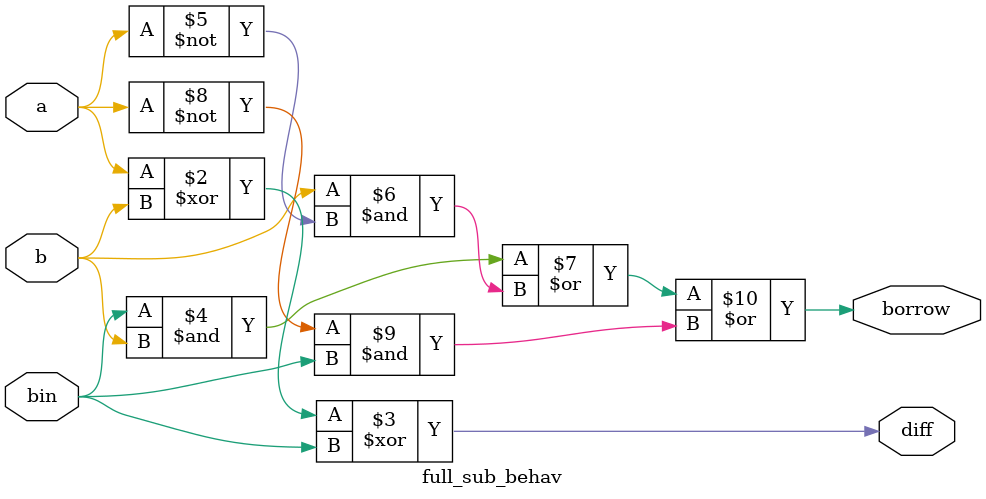
<source format=v>
`timescale 1ns / 1ps


module full_sub_behav(
    input a,
	input b,
	input bin,
	output reg diff,
	output reg borrow
	);

always @(*) begin
    diff = a^b^bin;
	borrow = (bin&b)|(b&(~a))|((~a)&bin);
end
endmodule
</source>
